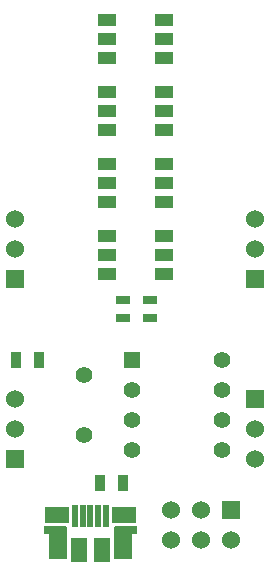
<source format=gts>
G04 (created by PCBNEW (2013-07-07 BZR 4022)-stable) date 8/18/2013 11:16:40 PM*
%MOIN*%
G04 Gerber Fmt 3.4, Leading zero omitted, Abs format*
%FSLAX34Y34*%
G01*
G70*
G90*
G04 APERTURE LIST*
%ADD10C,0.00590551*%
%ADD11R,0.0237X0.0769*%
%ADD12R,0.0561X0.0814*%
%ADD13R,0.0843X0.0571*%
%ADD14R,0.0719X0.025*%
%ADD15R,0.063X0.1116*%
%ADD16C,0.063*%
%ADD17C,0.0571*%
%ADD18R,0.06X0.06*%
%ADD19C,0.06*%
%ADD20C,0.056*%
%ADD21R,0.0590551X0.0393701*%
%ADD22R,0.055X0.055*%
%ADD23C,0.055*%
%ADD24R,0.045X0.025*%
%ADD25R,0.035X0.055*%
G04 APERTURE END LIST*
G54D10*
G54D11*
X87488Y-64419D03*
X87744Y-64419D03*
X88000Y-64419D03*
X88256Y-64419D03*
X88512Y-64419D03*
G54D12*
X87621Y-65544D03*
X88379Y-65544D03*
G54D13*
X86886Y-64360D03*
X89114Y-64360D03*
G54D14*
X86824Y-64873D03*
X89176Y-64873D03*
G54D15*
X86917Y-65306D03*
X89083Y-65306D03*
G54D16*
X86917Y-65531D03*
X89083Y-65531D03*
G54D17*
X87021Y-64361D03*
X88979Y-64361D03*
G54D18*
X92700Y-64200D03*
G54D19*
X92700Y-65200D03*
X91700Y-64200D03*
X91700Y-65200D03*
X90700Y-64200D03*
X90700Y-65200D03*
G54D20*
X87800Y-61700D03*
X87800Y-59700D03*
G54D21*
X90464Y-53300D03*
X90464Y-53929D03*
X90464Y-52670D03*
X88535Y-52670D03*
X88535Y-53300D03*
X88535Y-53929D03*
X90464Y-50900D03*
X90464Y-51529D03*
X90464Y-50270D03*
X88535Y-50270D03*
X88535Y-50900D03*
X88535Y-51529D03*
X90464Y-48500D03*
X90464Y-49129D03*
X90464Y-47870D03*
X88535Y-47870D03*
X88535Y-48500D03*
X88535Y-49129D03*
G54D18*
X85500Y-56500D03*
G54D19*
X85500Y-55500D03*
X85500Y-54500D03*
G54D18*
X93500Y-60500D03*
G54D19*
X93500Y-61500D03*
X93500Y-62500D03*
G54D18*
X85500Y-62500D03*
G54D19*
X85500Y-61500D03*
X85500Y-60500D03*
G54D18*
X93500Y-56500D03*
G54D19*
X93500Y-55500D03*
X93500Y-54500D03*
G54D21*
X90464Y-55700D03*
X90464Y-56329D03*
X90464Y-55070D03*
X88535Y-55070D03*
X88535Y-55700D03*
X88535Y-56329D03*
G54D22*
X89400Y-59200D03*
G54D23*
X89400Y-60200D03*
X89400Y-61200D03*
X89400Y-62200D03*
X92400Y-62200D03*
X92400Y-61200D03*
X92400Y-60200D03*
X92400Y-59200D03*
G54D24*
X90000Y-57800D03*
X90000Y-57200D03*
X89100Y-57800D03*
X89100Y-57200D03*
G54D25*
X86275Y-59200D03*
X85525Y-59200D03*
X88325Y-63300D03*
X89075Y-63300D03*
M02*

</source>
